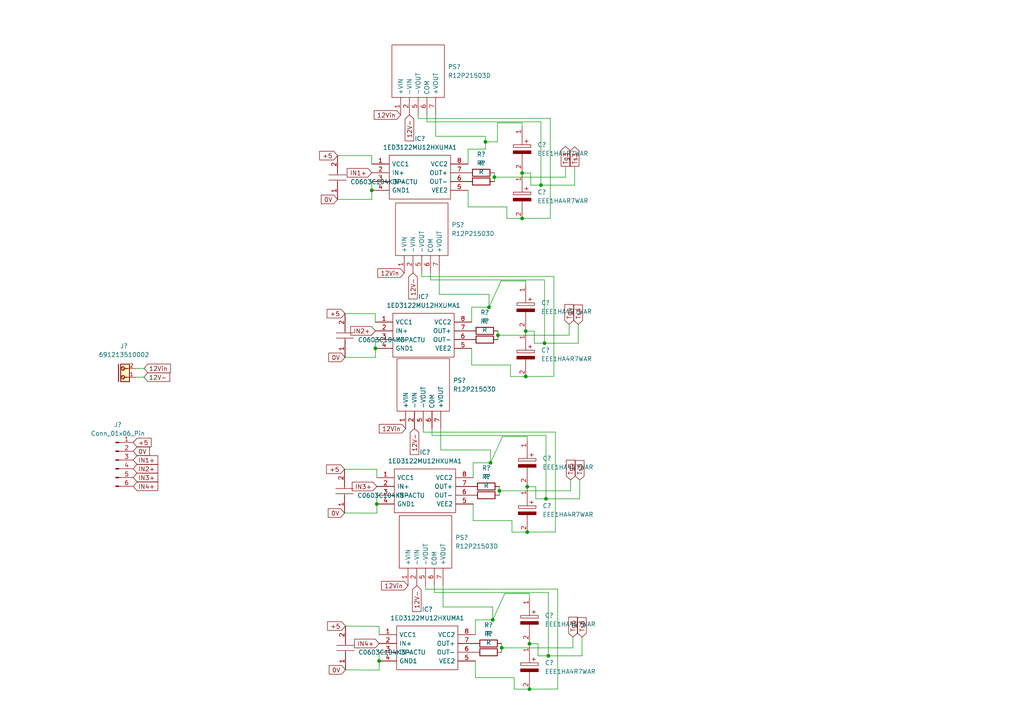
<source format=kicad_sch>
(kicad_sch (version 20250114) (generator "eeschema") (generator_version "9.0")
  (paper "A4")
  (lib_symbols
    (symbol "691213510002:691213510002" (pin_names (offset 1.016) (hide yes))
      (property "Reference" "J" (at -4.8768 -0.9144 0))
      (property "Value" "691213510002" (at -4.826 -2.5908 0))
      (symbol "691213510002_0_0"
        (polyline (pts (xy -3.81 0) (xy 1.27 0)) (stroke (width 0.254)))
        (rectangle (start -3.81 -3.175) (end 1.27 -0.635) (stroke (width 0.254)) (fill (type background)))
        (circle (center -2.54 -1.27) (radius 0.508) (stroke (width 0.254)))
        (polyline (pts (xy -2.54 -1.778) (xy -2.54 -2.54)) (stroke (width 0.254)))
        (polyline (pts (xy -2.286 -1.016) (xy -2.794 -1.524)) (stroke (width 0.1524)))
        (circle (center 0 -1.27) (radius 0.508) (stroke (width 0.254)))
        (polyline (pts (xy 0 -1.778) (xy 0 -2.54)) (stroke (width 0.254)))
        (polyline (pts (xy 0.254 -1.016) (xy -0.254 -1.524)) (stroke (width 0.1524)))
        (pin passive line (at -2.54 -5.08 90) (length 2.54) (name "~") (number "1"))
        (pin passive line (at 0 -5.08 90) (length 2.54) (name "~") (number "2"))
      )
    )
    (symbol "C0603C104K3PACTU:C0603C104K3PACTU" (pin_names (offset 0.762))
      (property "Reference" "C" (at 8.89 6.35 0))
      (property "Value" "C0603C104K3PACTU" (at 8.89 3.81 0))
      (symbol "C0603C104K3PACTU_0_0"
        (pin passive line (at 0 0 0) (length 5.08) (name "~") (number "1"))
        (pin passive line (at 12.7 0 180) (length 5.08) (name "~") (number "2"))
      )
      (symbol "C0603C104K3PACTU_0_1"
        (polyline (pts (xy 5.08 0) (xy 5.588 0)) (stroke (width 0.1524)))
        (polyline (pts (xy 5.588 2.54) (xy 5.588 -2.54)) (stroke (width 0.1524)))
        (polyline (pts (xy 7.112 2.54) (xy 7.112 -2.54)) (stroke (width 0.1524)))
        (polyline (pts (xy 7.112 0) (xy 7.62 0)) (stroke (width 0.1524)))
      )
    )
    (symbol "Connector:Conn_01x06_Pin" (pin_names (offset 1.016) (hide yes))
      (property "Reference" "J" (at 0 7.62 0))
      (property "Value" "Conn_01x06_Pin" (at 0 -10.16 0))
      (symbol "Conn_01x06_Pin_1_1"
        (rectangle (start 0.8636 5.207) (end 0 4.953) (stroke (width 0.1524)) (fill (type outline)))
        (rectangle (start 0.8636 2.667) (end 0 2.413) (stroke (width 0.1524)) (fill (type outline)))
        (rectangle (start 0.8636 0.127) (end 0 -0.127) (stroke (width 0.1524)) (fill (type outline)))
        (rectangle (start 0.8636 -2.413) (end 0 -2.667) (stroke (width 0.1524)) (fill (type outline)))
        (rectangle (start 0.8636 -4.953) (end 0 -5.207) (stroke (width 0.1524)) (fill (type outline)))
        (rectangle (start 0.8636 -7.493) (end 0 -7.747) (stroke (width 0.1524)) (fill (type outline)))
        (polyline (pts (xy 1.27 5.08) (xy 0.8636 5.08)) (stroke (width 0.1524)))
        (polyline (pts (xy 1.27 2.54) (xy 0.8636 2.54)) (stroke (width 0.1524)))
        (polyline (pts (xy 1.27 0) (xy 0.8636 0)) (stroke (width 0.1524)))
        (polyline (pts (xy 1.27 -2.54) (xy 0.8636 -2.54)) (stroke (width 0.1524)))
        (polyline (pts (xy 1.27 -5.08) (xy 0.8636 -5.08)) (stroke (width 0.1524)))
        (polyline (pts (xy 1.27 -7.62) (xy 0.8636 -7.62)) (stroke (width 0.1524)))
        (pin passive line (at 5.08 5.08 180) (length 3.81) (name "Pin_1") (number "1"))
        (pin passive line (at 5.08 2.54 180) (length 3.81) (name "Pin_2") (number "2"))
        (pin passive line (at 5.08 0 180) (length 3.81) (name "Pin_3") (number "3"))
        (pin passive line (at 5.08 -2.54 180) (length 3.81) (name "Pin_4") (number "4"))
        (pin passive line (at 5.08 -5.08 180) (length 3.81) (name "Pin_5") (number "5"))
        (pin passive line (at 5.08 -7.62 180) (length 3.81) (name "Pin_6") (number "6"))
      )
    )
    (symbol "Device:R" (pin_numbers (hide yes)) (pin_names (offset 0))
      (property "Reference" "R" (at 2.032 0 90))
      (property "Value" "R" (at 0 0 90))
      (symbol "R_0_1"
        (rectangle (start -1.016 -2.54) (end 1.016 2.54) (stroke (width 0.254)))
      )
      (symbol "R_1_1"
        (pin passive line (at 0 3.81 270) (length 1.27) (name "~") (number "1"))
        (pin passive line (at 0 -3.81 90) (length 1.27) (name "~") (number "2"))
      )
    )
    (symbol "ED2132:1ED3122MU12HXUMA1" (pin_names (offset 0.762))
      (property "Reference" "IC" (at 24.13 7.62 0))
      (property "Value" "1ED3122MU12HXUMA1" (at 24.13 5.08 0))
      (symbol "1ED3122MU12HXUMA1_0_0"
        (pin passive line (at 0 0 0) (length 5.08) (name "VCC1") (number "1"))
        (pin passive line (at 0 -2.54 0) (length 5.08) (name "IN+") (number "2"))
        (pin passive line (at 0 -5.08 0) (length 5.08) (name "IN-") (number "3"))
        (pin passive line (at 0 -7.62 0) (length 5.08) (name "GND1") (number "4"))
        (pin passive line (at 27.94 0 180) (length 5.08) (name "VCC2") (number "8"))
        (pin passive line (at 27.94 -2.54 180) (length 5.08) (name "OUT+") (number "7"))
        (pin passive line (at 27.94 -5.08 180) (length 5.08) (name "OUT-") (number "6"))
        (pin passive line (at 27.94 -7.62 180) (length 5.08) (name "VEE2") (number "5"))
      )
      (symbol "1ED3122MU12HXUMA1_0_1"
        (polyline (pts (xy 5.08 2.54) (xy 22.86 2.54) (xy 22.86 -10.16) (xy 5.08 -10.16) (xy 5.08 2.54)) (stroke (width 0.1524)))
      )
    )
    (symbol "EEE1HA4R7WAR:EEE1HA4R7WAR" (pin_names (offset 0.762))
      (property "Reference" "C" (at 8.89 6.35 0))
      (property "Value" "EEE1HA4R7WAR" (at 8.89 3.81 0))
      (symbol "EEE1HA4R7WAR_0_0"
        (pin passive line (at 0 0 0) (length 2.54) (name "~") (number "1"))
        (pin passive line (at 12.7 0 180) (length 2.54) (name "~") (number "2"))
      )
      (symbol "EEE1HA4R7WAR_0_1"
        (polyline (pts (xy 2.54 0) (xy 5.08 0)) (stroke (width 0.1524)))
        (polyline (pts (xy 4.064 1.778) (xy 4.064 0.762)) (stroke (width 0.1524)))
        (polyline (pts (xy 4.572 1.27) (xy 3.556 1.27)) (stroke (width 0.1524)))
        (polyline (pts (xy 5.08 2.54) (xy 5.08 -2.54) (xy 5.842 -2.54) (xy 5.842 2.54) (xy 5.08 2.54)) (stroke (width 0.1524)))
        (polyline (pts (xy 7.62 2.54) (xy 7.62 -2.54) (xy 6.858 -2.54) (xy 6.858 2.54) (xy 7.62 2.54)) (stroke (width 0.254)) (fill (type outline)))
        (polyline (pts (xy 7.62 0) (xy 10.16 0)) (stroke (width 0.1524)))
      )
    )
    (symbol "R12P21503D:R12P21503D" (pin_names (offset 0.762))
      (property "Reference" "PS" (at 21.59 7.62 0))
      (property "Value" "R12P21503D" (at 21.59 5.08 0))
      (symbol "R12P21503D_0_0"
        (pin passive line (at 0 0 0) (length 5.08) (name "+VIN") (number "1"))
        (pin passive line (at 0 -2.54 0) (length 5.08) (name "-VIN") (number "2"))
        (pin passive line (at 0 -5.08 0) (length 5.08) (name "-VOUT") (number "5"))
        (pin passive line (at 0 -7.62 0) (length 5.08) (name "COM") (number "6"))
        (pin passive line (at 0 -10.16 0) (length 5.08) (name "+VOUT") (number "7"))
      )
      (symbol "R12P21503D_0_1"
        (polyline (pts (xy 5.08 2.54) (xy 20.32 2.54) (xy 20.32 -12.7) (xy 5.08 -12.7) (xy 5.08 2.54)) (stroke (width 0.1524)))
      )
    )
  )
  (junction (at 152.908 141.1732))
  (junction (at 142.2654 134.239))
  (junction (at 143.383 51.3842))
  (junction (at 141.8336 89.1032))
  (junction (at 107.823 55.1942))
  (junction (at 153.5684 186.7154))
  (junction (at 109.9566 191.7192))
  (junction (at 152.4762 96.0374))
  (junction (at 144.8562 142.367))
  (junction (at 156.8958 53.6956))
  (junction (at 108.8644 101.0412))
  (junction (at 142.9258 179.7812))
  (junction (at 109.2962 146.177))
  (junction (at 157.9372 99.5426))
  (junction (at 144.4244 97.2312))
  (junction (at 145.5166 187.9092))
  (junction (at 152.4762 109.1946))
  (junction (at 158.369 144.6784))
  (junction (at 140.7922 41.148))
  (junction (at 152.908 154.3304))
  (junction (at 153.5684 199.8726))
  (junction (at 151.4348 50.1904))
  (junction (at 151.4348 63.3476))
  (junction (at 159.0294 190.2206))
  (wire (pts (xy 108.8644 101.0412) (xy 108.8644 98.5012)))
  (wire (pts (xy 135.763 47.5742) (xy 135.763 43.2562)))
  (wire (pts (xy 144.8562 142.367) (xy 165.5064 142.367)))
  (wire (pts (xy 160.655 109.1692) (xy 152.4762 109.1946)))
  (wire (pts (xy 137.8966 191.7192) (xy 137.8966 196.5452)))
  (wire (pts (xy 158.369 126.3142) (xy 158.369 144.6784)))
  (wire (pts (xy 152.4762 81.4832) (xy 152.4762 82.7532)))
  (wire (pts (xy 160.655 80.1878) (xy 160.655 109.1692)))
  (wire (pts (xy 40.1574 106.8832) (xy 39.4462 106.8832)))
  (wire (pts (xy 161.0868 125.3236) (xy 161.0868 154.305)))
  (wire (pts (xy 161.7472 170.8658) (xy 161.7472 199.8472)))
  (wire (pts (xy 124.8664 81.1784) (xy 157.9372 81.1784)))
  (wire (pts (xy 123.825 33.3502) (xy 123.825 35.3314)))
  (wire (pts (xy 152.4762 96.0374) (xy 152.4762 96.4946)))
  (wire (pts (xy 145.7452 126.619) (xy 142.2654 134.239)))
  (wire (pts (xy 153.5684 186.7154) (xy 153.5684 187.1726)))
  (wire (pts (xy 108.8898 103.6828) (xy 108.8644 101.0412)))
  (wire (pts (xy 153.924 50.1904) (xy 151.4348 50.1904)))
  (wire (pts (xy 121.285 34.3662) (xy 159.6136 34.3408)))
  (wire (pts (xy 145.3134 81.4832) (xy 152.4762 81.4832)))
  (wire (pts (xy 108.8898 103.6828) (xy 100.076 103.6574)))
  (wire (pts (xy 107.823 45.1358) (xy 107.823 47.5742)))
  (wire (pts (xy 109.3216 148.8186) (xy 99.9236 148.7932)))
  (wire (pts (xy 107.8484 57.8358) (xy 107.823 55.1942)))
  (wire (pts (xy 123.4186 169.8752) (xy 123.4186 170.8912)))
  (wire (pts (xy 157.9372 81.1784) (xy 157.9372 99.5426)))
  (wire (pts (xy 144.272 35.6362) (xy 144.272 41.148)))
  (wire (pts (xy 168.8084 184.7596) (xy 168.8084 190.2206)))
  (wire (pts (xy 146.4056 172.1612) (xy 153.5684 172.1612)))
  (wire (pts (xy 144.8562 141.097) (xy 144.8562 142.367)))
  (wire (pts (xy 156.0576 190.2206) (xy 156.0576 186.7154)))
  (wire (pts (xy 109.3216 148.8186) (xy 109.2962 146.177)))
  (wire (pts (xy 141.8336 85.3694) (xy 141.8336 89.1032)))
  (wire (pts (xy 109.9566 181.6608) (xy 109.9566 184.0992)))
  (wire (pts (xy 122.7582 124.333) (xy 122.7582 125.349)))
  (wire (pts (xy 125.9586 171.8564) (xy 159.0294 171.8564)))
  (wire (pts (xy 109.2962 136.1186) (xy 109.2962 138.557)))
  (wire (pts (xy 108.8644 90.9828) (xy 100.076 90.9574)))
  (wire (pts (xy 125.9586 169.8752) (xy 125.9586 171.8564)))
  (wire (pts (xy 107.823 45.1358) (xy 97.8916 45.1358)))
  (wire (pts (xy 165.0746 94.0816) (xy 165.0746 97.2312)))
  (wire (pts (xy 137.2362 134.239) (xy 142.2654 134.239)))
  (wire (pts (xy 137.8966 184.0992) (xy 137.8966 179.7812)))
  (wire (pts (xy 145.5166 186.6392) (xy 145.5166 187.9092)))
  (wire (pts (xy 147.0152 63.3476) (xy 151.4348 63.3476)))
  (wire (pts (xy 164.0332 48.2346) (xy 164.0078 48.2346)))
  (wire (pts (xy 149.1488 199.8726) (xy 153.5684 199.8726)))
  (wire (pts (xy 152.908 141.1732) (xy 152.908 141.6304)))
  (wire (pts (xy 144.272 35.6362) (xy 151.4348 35.6362)))
  (wire (pts (xy 161.7472 199.8472) (xy 153.5684 199.8726)))
  (wire (pts (xy 121.285 33.3502) (xy 121.285 34.3662)))
  (wire (pts (xy 125.2982 126.3142) (xy 158.369 126.3142)))
  (wire (pts (xy 155.3972 144.6784) (xy 155.3972 141.1732)))
  (wire (pts (xy 135.763 43.2562) (xy 140.7922 43.2562)))
  (wire (pts (xy 127.8382 124.333) (xy 127.8382 130.5052)))
  (wire (pts (xy 168.148 144.6784) (xy 158.369 144.6784)))
  (wire (pts (xy 109.9566 181.6608) (xy 100.203 181.5846)))
  (wire (pts (xy 140.7922 41.148) (xy 140.7922 43.2562)))
  (wire (pts (xy 137.8966 196.5452) (xy 149.1488 196.5452)))
  (wire (pts (xy 165.5064 139.2174) (xy 165.5064 142.367)))
  (wire (pts (xy 156.0576 186.7154) (xy 153.5684 186.7154)))
  (wire (pts (xy 143.383 51.3842) (xy 164.0332 51.3842)))
  (wire (pts (xy 155.3972 141.1732) (xy 152.908 141.1732)))
  (wire (pts (xy 168.8084 190.2206) (xy 159.0294 190.2206)))
  (wire (pts (xy 127.8382 130.5052) (xy 142.2654 130.5052)))
  (wire (pts (xy 148.4884 154.3304) (xy 152.908 154.3304)))
  (wire (pts (xy 152.908 126.619) (xy 152.908 127.889)))
  (wire (pts (xy 151.4348 50.1904) (xy 151.4348 50.6476)))
  (wire (pts (xy 126.365 33.3502) (xy 126.365 39.5224)))
  (wire (pts (xy 40.2082 106.8578) (xy 40.1574 106.8832)))
  (wire (pts (xy 125.2982 124.333) (xy 125.2982 126.3142)))
  (wire (pts (xy 148.0566 105.8672) (xy 148.0566 109.1946)))
  (wire (pts (xy 144.4244 97.2312) (xy 144.4244 98.5012)))
  (wire (pts (xy 39.9542 109.4232) (xy 39.4462 109.4232)))
  (wire (pts (xy 159.0294 190.2206) (xy 156.0576 190.2206)))
  (wire (pts (xy 40.005 109.3978) (xy 39.9542 109.4232)))
  (wire (pts (xy 156.8958 35.3314) (xy 156.8958 53.6956)))
  (wire (pts (xy 166.6748 48.2346) (xy 166.6748 53.6956)))
  (wire (pts (xy 109.982 194.3608) (xy 109.9566 191.7192)))
  (wire (pts (xy 109.9566 191.7192) (xy 109.9566 189.1792)))
  (wire (pts (xy 153.924 53.6956) (xy 153.924 50.1904)))
  (wire (pts (xy 124.8664 79.1972) (xy 124.8664 81.1784)))
  (wire (pts (xy 147.0152 60.0202) (xy 147.0152 63.3476)))
  (wire (pts (xy 156.8958 53.6956) (xy 153.924 53.6956)))
  (wire (pts (xy 159.0294 171.8564) (xy 159.0294 190.2206)))
  (wire (pts (xy 143.383 51.3842) (xy 143.383 52.6542)))
  (wire (pts (xy 151.4348 35.6362) (xy 151.4348 36.9062)))
  (wire (pts (xy 107.823 55.1942) (xy 107.823 52.6542)))
  (wire (pts (xy 41.7322 109.3978) (xy 40.005 109.3978)))
  (wire (pts (xy 152.4762 95.4532) (xy 152.4762 96.0374)))
  (wire (pts (xy 144.8562 142.367) (xy 144.8562 143.637)))
  (wire (pts (xy 142.2654 130.5052) (xy 142.2654 134.239)))
  (wire (pts (xy 122.3264 79.1972) (xy 122.3264 80.2132)))
  (wire (pts (xy 159.6136 34.3408) (xy 159.6136 63.3222)))
  (wire (pts (xy 148.4884 151.003) (xy 148.4884 154.3304)))
  (wire (pts (xy 166.6748 53.6956) (xy 156.8958 53.6956)))
  (wire (pts (xy 151.4348 49.6062) (xy 151.4348 50.1904)))
  (wire (pts (xy 167.7162 94.0816) (xy 167.7162 99.5426)))
  (wire (pts (xy 144.4244 95.9612) (xy 144.4244 97.2312)))
  (wire (pts (xy 153.5684 172.1612) (xy 153.5684 173.4312)))
  (wire (pts (xy 136.8044 101.0412) (xy 136.8044 105.8672)))
  (wire (pts (xy 154.9654 99.5426) (xy 154.9654 96.0374)))
  (wire (pts (xy 153.5684 186.1312) (xy 153.5684 186.7154)))
  (wire (pts (xy 144.272 41.148) (xy 140.7922 41.148)))
  (wire (pts (xy 148.0566 109.1946) (xy 152.4762 109.1946)))
  (wire (pts (xy 137.2362 146.177) (xy 137.2362 151.003)))
  (wire (pts (xy 142.9258 176.0474) (xy 142.9258 179.7812)))
  (wire (pts (xy 145.7452 126.619) (xy 152.908 126.619)))
  (wire (pts (xy 135.763 60.0202) (xy 147.0152 60.0202)))
  (wire (pts (xy 161.0868 154.305) (xy 152.908 154.3304)))
  (wire (pts (xy 127.4064 85.3694) (xy 141.8336 85.3694)))
  (wire (pts (xy 126.365 39.5224) (xy 140.7922 39.5224)))
  (wire (pts (xy 149.1488 196.5452) (xy 149.1488 199.8726)))
  (wire (pts (xy 146.4056 172.1612) (xy 142.9258 179.7812)))
  (wire (pts (xy 109.2962 146.177) (xy 109.2962 143.637)))
  (wire (pts (xy 145.5166 187.9092) (xy 145.5166 189.1792)))
  (wire (pts (xy 154.9654 96.0374) (xy 152.4762 96.0374)))
  (wire (pts (xy 157.9372 99.5426) (xy 154.9654 99.5426)))
  (wire (pts (xy 41.7576 106.8578) (xy 40.2082 106.8578)))
  (wire (pts (xy 108.8644 90.9828) (xy 108.8644 93.4212)))
  (wire (pts (xy 128.4986 176.0474) (xy 142.9258 176.0474)))
  (wire (pts (xy 158.369 144.6784) (xy 155.3972 144.6784)))
  (wire (pts (xy 122.3264 80.2132) (xy 160.655 80.1878)))
  (wire (pts (xy 137.2362 151.003) (xy 148.4884 151.003)))
  (wire (pts (xy 144.4244 97.2312) (xy 165.0746 97.2312)))
  (wire (pts (xy 137.8966 179.7812) (xy 142.9258 179.7812)))
  (wire (pts (xy 109.2962 136.1186) (xy 99.9236 136.0932)))
  (wire (pts (xy 128.4986 169.8752) (xy 128.4986 176.0474)))
  (wire (pts (xy 145.3134 81.4832) (xy 141.8336 89.1032)))
  (wire (pts (xy 167.7162 99.5426) (xy 157.9372 99.5426)))
  (wire (pts (xy 135.763 55.1942) (xy 135.763 60.0202)))
  (wire (pts (xy 136.8044 105.8672) (xy 148.0566 105.8672)))
  (wire (pts (xy 136.8044 93.4212) (xy 136.8044 89.1032)))
  (wire (pts (xy 143.383 50.1142) (xy 143.383 51.3842)))
  (wire (pts (xy 140.7922 39.5224) (xy 140.7922 41.148)))
  (wire (pts (xy 123.4186 170.8912) (xy 161.7472 170.8658)))
  (wire (pts (xy 136.8044 89.1032) (xy 141.8336 89.1032)))
  (wire (pts (xy 152.908 140.589) (xy 152.908 141.1732)))
  (wire (pts (xy 166.1668 184.7596) (xy 166.1668 187.9092)))
  (wire (pts (xy 123.825 35.3314) (xy 156.8958 35.3314)))
  (wire (pts (xy 122.7582 125.349) (xy 161.0868 125.3236)))
  (wire (pts (xy 137.2362 138.557) (xy 137.2362 134.239)))
  (wire (pts (xy 164.0332 48.2346) (xy 164.0332 51.3842)))
  (wire (pts (xy 109.982 194.3608) (xy 100.203 194.2846)))
  (wire (pts (xy 159.6136 63.3222) (xy 151.4348 63.3476)))
  (wire (pts (xy 107.8484 57.8358) (xy 97.8916 57.8358)))
  (wire (pts (xy 168.148 139.2174) (xy 168.148 144.6784)))
  (wire (pts (xy 127.4064 79.1972) (xy 127.4064 85.3694)))
  (wire (pts (xy 145.5166 187.9092) (xy 166.1668 187.9092)))
  (global_label "+5" (shape input) (at 38.6334 128.3462 0) (property "Intersheetrefs" "${INTERSHEET_REFS}" (effects (hide yes))))
  (global_label "Ts5" (shape input) (at 168.148 139.2174 90) (property "Intersheetrefs" "${INTERSHEET_REFS}" (effects (hide yes))))
  (global_label "12V-" (shape input) (at 118.745 33.3502 270) (property "Intersheetrefs" "${INTERSHEET_REFS}" (effects (hide yes))))
  (global_label "Ts3" (shape output) (at 166.6748 48.2346 90) (property "Intersheetrefs" "${INTERSHEET_REFS}" (effects (hide yes))))
  (global_label "IN3+" (shape input) (at 109.2962 141.097 180) (property "Intersheetrefs" "${INTERSHEET_REFS}" (effects (hide yes))))
  (global_label "0V" (shape input) (at 100.076 103.6574 180) (property "Intersheetrefs" "${INTERSHEET_REFS}" (effects (hide yes))))
  (global_label "Ts4" (shape input) (at 167.7162 94.0816 90) (property "Intersheetrefs" "${INTERSHEET_REFS}" (effects (hide yes))))
  (global_label "12V-" (shape input) (at 120.2182 124.333 270) (property "Intersheetrefs" "${INTERSHEET_REFS}" (effects (hide yes))))
  (global_label "+5" (shape input) (at 97.8916 45.1358 180) (property "Intersheetrefs" "${INTERSHEET_REFS}" (effects (hide yes))))
  (global_label "Tg5" (shape input) (at 165.5064 139.2174 90) (property "Intersheetrefs" "${INTERSHEET_REFS}" (effects (hide yes))))
  (global_label "Ts6" (shape input) (at 168.8084 184.7596 90) (property "Intersheetrefs" "${INTERSHEET_REFS}" (effects (hide yes))))
  (global_label "IN1+" (shape input) (at 38.6334 133.4262 0) (property "Intersheetrefs" "${INTERSHEET_REFS}" (effects (hide yes))))
  (global_label "IN4+" (shape input) (at 109.9566 186.6392 180) (property "Intersheetrefs" "${INTERSHEET_REFS}" (effects (hide yes))))
  (global_label "12Vin" (shape input) (at 117.2464 79.1972 180) (property "Intersheetrefs" "${INTERSHEET_REFS}" (effects (hide yes))))
  (global_label "IN2+" (shape input) (at 38.6334 135.9662 0) (property "Intersheetrefs" "${INTERSHEET_REFS}" (effects (hide yes))))
  (global_label "12Vin" (shape input) (at 41.7576 106.8578 0) (property "Intersheetrefs" "${INTERSHEET_REFS}" (effects (hide yes))))
  (global_label "0V" (shape input) (at 100.203 194.2846 180) (property "Intersheetrefs" "${INTERSHEET_REFS}" (effects (hide yes))))
  (global_label "12V-" (shape input) (at 120.8786 169.8752 270) (property "Intersheetrefs" "${INTERSHEET_REFS}" (effects (hide yes))))
  (global_label "IN1+" (shape input) (at 107.823 50.1142 180) (property "Intersheetrefs" "${INTERSHEET_REFS}" (effects (hide yes))))
  (global_label "IN2+" (shape input) (at 108.8644 95.9612 180) (property "Intersheetrefs" "${INTERSHEET_REFS}" (effects (hide yes))))
  (global_label "12Vin" (shape input) (at 116.205 33.3502 180) (property "Intersheetrefs" "${INTERSHEET_REFS}" (effects (hide yes))))
  (global_label "Tg3" (shape output) (at 164.0078 48.2346 90) (property "Intersheetrefs" "${INTERSHEET_REFS}" (effects (hide yes))))
  (global_label "+5" (shape input) (at 100.203 181.5846 180) (property "Intersheetrefs" "${INTERSHEET_REFS}" (effects (hide yes))))
  (global_label "12V-" (shape input) (at 119.7864 79.1972 270) (property "Intersheetrefs" "${INTERSHEET_REFS}" (effects (hide yes))))
  (global_label "12V-" (shape input) (at 41.7322 109.3978 0) (property "Intersheetrefs" "${INTERSHEET_REFS}" (effects (hide yes))))
  (global_label "IN3+" (shape input) (at 38.6334 138.5062 0) (property "Intersheetrefs" "${INTERSHEET_REFS}" (effects (hide yes))))
  (global_label "12Vin" (shape input) (at 117.6782 124.333 180) (property "Intersheetrefs" "${INTERSHEET_REFS}" (effects (hide yes))))
  (global_label "12Vin" (shape input) (at 118.3386 169.8752 180) (property "Intersheetrefs" "${INTERSHEET_REFS}" (effects (hide yes))))
  (global_label "0V" (shape input) (at 38.6334 130.8862 0) (property "Intersheetrefs" "${INTERSHEET_REFS}" (effects (hide yes))))
  (global_label "0V" (shape input) (at 99.9236 148.7932 180) (property "Intersheetrefs" "${INTERSHEET_REFS}" (effects (hide yes))))
  (global_label "0V" (shape input) (at 97.8916 57.8358 180) (property "Intersheetrefs" "${INTERSHEET_REFS}" (effects (hide yes))))
  (global_label "Tg6" (shape input) (at 166.1668 184.7596 90) (property "Intersheetrefs" "${INTERSHEET_REFS}" (effects (hide yes))))
  (global_label "IN4+" (shape input) (at 38.6334 141.0462 0) (property "Intersheetrefs" "${INTERSHEET_REFS}" (effects (hide yes))))
  (global_label "+5" (shape input) (at 100.076 90.9574 180) (property "Intersheetrefs" "${INTERSHEET_REFS}" (effects (hide yes))))
  (global_label "+5" (shape input) (at 99.9236 136.0932 180) (property "Intersheetrefs" "${INTERSHEET_REFS}" (effects (hide yes))))
  (global_label "Tg4" (shape input) (at 165.0746 94.0816 90) (property "Intersheetrefs" "${INTERSHEET_REFS}" (effects (hide yes))))
  (symbol (lib_id "EEE1HA4R7WAR:EEE1HA4R7WAR") (at 152.4762 96.4946 270) (unit 1)
    (property "Reference" "C?" (at 156.9212 101.5746 90) (effects (justify left)))
    (property "Value" "EEE1HA4R7WAR" (at 156.9212 104.1146 90) (effects (justify left)))
    (property "Footprint" "Capacitor_SDM(4.7):EEE1AA220WR" (effects (hide yes)))
    (property "Datasheet" "http://industrial.panasonic.com/cdbs/www-data/pdf/RDE0000/ABA0000C1142.pdf" (effects (hide yes)))
    (property "Description" "PANASONIC - EEE1HA4R7WAR - SMD Aluminium Electrolytic Capacitor, Radial Can - SMD, 4.7 F, 50 V, S Series, 1000 hours @ 85C" (effects (hide yes)))
    (property "Height" "5.5" (effects (hide yes)))
    (property "Manufacturer_Name" "Panasonic" (effects (hide yes)))
    (property "Manufacturer_Part_Number" "EEE1HA4R7WAR" (effects (hide yes)))
  )
  (symbol (lib_id "Device:R") (at 141.7066 189.1792 90) (unit 1)
    (property "Reference" "R?" (at 141.7066 183.8452 90))
    (property "Value" "R" (at 141.7066 186.3852 90))
    (property "Footprint" "Resistor_3R3:ERJUP3" (effects (hide yes)))
  )
  (symbol (lib_id "Device:R") (at 139.573 50.1142 90) (unit 1)
    (property "Reference" "R?" (at 139.573 44.7802 90))
    (property "Value" "R" (at 139.573 47.3202 90))
    (property "Footprint" "Resistor(10ohms):RCS0603_E3" (effects (hide yes)))
  )
  (symbol (lib_id "EEE1HA4R7WAR:EEE1HA4R7WAR") (at 152.908 141.6304 270) (unit 1)
    (property "Reference" "C?" (at 157.353 146.7104 90) (effects (justify left)))
    (property "Value" "EEE1HA4R7WAR" (at 157.353 149.2504 90) (effects (justify left)))
    (property "Footprint" "Capacitor_SDM(4.7):EEE1AA220WR" (effects (hide yes)))
    (property "Datasheet" "http://industrial.panasonic.com/cdbs/www-data/pdf/RDE0000/ABA0000C1142.pdf" (effects (hide yes)))
    (property "Description" "PANASONIC - EEE1HA4R7WAR - SMD Aluminium Electrolytic Capacitor, Radial Can - SMD, 4.7 F, 50 V, S Series, 1000 hours @ 85C" (effects (hide yes)))
    (property "Height" "5.5" (effects (hide yes)))
    (property "Manufacturer_Name" "Panasonic" (effects (hide yes)))
    (property "Manufacturer_Part_Number" "EEE1HA4R7WAR" (effects (hide yes)))
  )
  (symbol (lib_id "Device:R") (at 139.573 52.6542 90) (unit 1)
    (property "Reference" "R?" (at 139.573 47.3202 90))
    (property "Value" "R" (at 139.573 49.8602 90))
    (property "Footprint" "Resistor_3R3:ERJUP3" (effects (hide yes)))
  )
  (symbol (lib_id "R12P21503D:R12P21503D") (at 118.3386 169.8752 90) (unit 1)
    (property "Reference" "PS?" (at 132.0292 155.9052 90) (effects (justify right)))
    (property "Value" "R12P21503D" (at 132.0292 158.4452 90) (effects (justify right)))
    (property "Footprint" "Power Supply_Gate Driver:R12P21503D" (effects (hide yes)))
    (property "Datasheet" "https://recom-power.com/pdf/Econoline/RxxP2xxyy.pdf" (effects (hide yes)))
    (property "Description" "DC/DC Converter Isolated +15/-3V 2W" (effects (hide yes)))
    (property "Height" "13" (effects (hide yes)))
    (property "Manufacturer_Name" "RECOM Power" (effects (hide yes)))
    (property "Manufacturer_Part_Number" "R12P21503D" (effects (hide yes)))
  )
  (symbol (lib_id "Device:R") (at 141.0462 143.637 90) (unit 1)
    (property "Reference" "R?" (at 141.0462 138.303 90))
    (property "Value" "R" (at 141.0462 140.843 90))
    (property "Footprint" "Resistor_3R3:ERJUP3" (effects (hide yes)))
  )
  (symbol (lib_id "C0603C104K3PACTU:C0603C104K3PACTU") (at 97.8916 57.8358 90) (unit 1)
    (property "Reference" "C?" (effects (hide yes)))
    (property "Value" "C0603C104K3PACTU" (at 101.6 52.7558 90) (effects (justify right)))
    (property "Footprint" "Capacitor_SMD_film(0.1uF):C0603" (effects (hide yes)))
    (property "Datasheet" "https://content.kemet.com/datasheets/KEM_C1006_X5R_SMD.pdf" (effects (hide yes)))
    (property "Description" "SMD Comm X5R, Ceramic, 0.1 uF, 10%, 25 VDC, 62.5 VDC, 85C, -55C, X5R, SMD, MLCC, Temperature Stable, Class II, 5 % , 5 GOhms, 6.5 mg, 0603, 1.6mm, 0.8mm, 0.8mm, 0.7mm, 0.35mm, 4000, 78  Weeks, 70" (effects (hide yes)))
    (property "Height" "0.87" (effects (hide yes)))
    (property "Manufacturer_Name" "KEMET" (effects (hide yes)))
    (property "Manufacturer_Part_Number" "C0603C104K3PACTU" (effects (hide yes)))
  )
  (symbol (lib_id "Device:R") (at 141.7066 186.6392 90) (unit 1)
    (property "Reference" "R?" (at 141.7066 181.3052 90))
    (property "Value" "R" (at 141.7066 183.8452 90))
    (property "Footprint" "Resistor(10ohms):RCS0603_E3" (effects (hide yes)))
  )
  (symbol (lib_id "C0603C104K3PACTU:C0603C104K3PACTU") (at 100.076 103.6574 90) (unit 1)
    (property "Reference" "C?" (effects (hide yes)))
    (property "Value" "C0603C104K3PACTU" (at 103.7844 98.5774 90) (effects (justify right)))
    (property "Footprint" "Capacitor_SMD_film(0.1uF):C0603" (effects (hide yes)))
    (property "Datasheet" "https://content.kemet.com/datasheets/KEM_C1006_X5R_SMD.pdf" (effects (hide yes)))
    (property "Description" "SMD Comm X5R, Ceramic, 0.1 uF, 10%, 25 VDC, 62.5 VDC, 85C, -55C, X5R, SMD, MLCC, Temperature Stable, Class II, 5 % , 5 GOhms, 6.5 mg, 0603, 1.6mm, 0.8mm, 0.8mm, 0.7mm, 0.35mm, 4000, 78  Weeks, 70" (effects (hide yes)))
    (property "Height" "0.87" (effects (hide yes)))
    (property "Manufacturer_Name" "KEMET" (effects (hide yes)))
    (property "Manufacturer_Part_Number" "C0603C104K3PACTU" (effects (hide yes)))
  )
  (symbol (lib_id "R12P21503D:R12P21503D") (at 116.205 33.3502 90) (unit 1)
    (property "Reference" "PS?" (at 129.8956 19.3802 90) (effects (justify right)))
    (property "Value" "R12P21503D" (at 129.8956 21.9202 90) (effects (justify right)))
    (property "Footprint" "Power Supply_Gate Driver:R12P21503D" (effects (hide yes)))
    (property "Datasheet" "https://recom-power.com/pdf/Econoline/RxxP2xxyy.pdf" (effects (hide yes)))
    (property "Description" "DC/DC Converter Isolated +15/-3V 2W" (effects (hide yes)))
    (property "Height" "13" (effects (hide yes)))
    (property "Manufacturer_Name" "RECOM Power" (effects (hide yes)))
    (property "Manufacturer_Part_Number" "R12P21503D" (effects (hide yes)))
  )
  (symbol (lib_id "Device:R") (at 140.6144 95.9612 90) (unit 1)
    (property "Reference" "R?" (at 140.6144 90.6272 90))
    (property "Value" "R" (at 140.6144 93.1672 90))
    (property "Footprint" "Resistor(10ohms):RCS0603_E3" (effects (hide yes)))
  )
  (symbol (lib_id "EEE1HA4R7WAR:EEE1HA4R7WAR") (at 151.4348 36.9062 270) (unit 1)
    (property "Reference" "C?" (at 155.8798 41.9862 90) (effects (justify left)))
    (property "Value" "EEE1HA4R7WAR" (at 155.8798 44.5262 90) (effects (justify left)))
    (property "Footprint" "Capacitor_SDM(4.7):EEE1AA220WR" (effects (hide yes)))
    (property "Datasheet" "http://industrial.panasonic.com/cdbs/www-data/pdf/RDE0000/ABA0000C1142.pdf" (effects (hide yes)))
    (property "Description" "PANASONIC - EEE1HA4R7WAR - SMD Aluminium Electrolytic Capacitor, Radial Can - SMD, 4.7 F, 50 V, S Series, 1000 hours @ 85C" (effects (hide yes)))
    (property "Height" "5.5" (effects (hide yes)))
    (property "Manufacturer_Name" "Panasonic" (effects (hide yes)))
    (property "Manufacturer_Part_Number" "EEE1HA4R7WAR" (effects (hide yes)))
  )
  (symbol (lib_id "Device:R") (at 141.0462 141.097 90) (unit 1)
    (property "Reference" "R?" (at 141.0462 135.763 90))
    (property "Value" "R" (at 141.0462 138.303 90))
    (property "Footprint" "Resistor(10ohms):RCS0603_E3" (effects (hide yes)))
  )
  (symbol (lib_id "R12P21503D:R12P21503D") (at 117.2464 79.1972 90) (unit 1)
    (property "Reference" "PS?" (at 130.937 65.2272 90) (effects (justify right)))
    (property "Value" "R12P21503D" (at 130.937 67.7672 90) (effects (justify right)))
    (property "Footprint" "Power Supply_Gate Driver:R12P21503D" (effects (hide yes)))
    (property "Datasheet" "https://recom-power.com/pdf/Econoline/RxxP2xxyy.pdf" (effects (hide yes)))
    (property "Description" "DC/DC Converter Isolated +15/-3V 2W" (effects (hide yes)))
    (property "Height" "13" (effects (hide yes)))
    (property "Manufacturer_Name" "RECOM Power" (effects (hide yes)))
    (property "Manufacturer_Part_Number" "R12P21503D" (effects (hide yes)))
  )
  (symbol (lib_id "ED2132:1ED3122MU12HXUMA1") (at 108.8644 93.4212 0) (unit 1)
    (property "Reference" "IC?" (at 122.8344 86.0552 0))
    (property "Value" "1ED3122MU12HXUMA1" (at 122.8344 88.5952 0))
    (property "Footprint" "Gate driver IC:SOIC127P1030X265-8N" (effects (hide yes)))
    (property "Datasheet" "https://www.infineon.com/cms/en/product/power/gate-driver-ics/?" (effects (hide yes)))
    (property "Description" "Gate Drivers ISOLATED DRIVER EiceDRIVER 1ED31xxMU12H Compact" (effects (hide yes)))
    (property "Height" "2.65" (effects (hide yes)))
    (property "Manufacturer_Name" "Infineon" (effects (hide yes)))
    (property "Manufacturer_Part_Number" "1ED3122MU12HXUMA1" (effects (hide yes)))
    (property "Mouser Part Number" "726-1ED3122MU12HXUMA" (effects (hide yes)))
    (property "Mouser Price/Stock" "https://www.mouser.co.uk/ProductDetail/Infineon-Technologies/1ED3122MU12HXUMA1?qs=GBLSl2AkirsZ5PhF1sGJcw%3D%3D" (effects (hide yes)))
    (property "Arrow Part Number" "1ED3122MU12HXUMA1" (effects (hide yes)))
    (property "Arrow Price/Stock" "https://www.arrow.com/en/products/1ed3122mu12hxuma1/infineon-technologies-ag" (effects (hide yes)))
  )
  (symbol (lib_id "EEE1HA4R7WAR:EEE1HA4R7WAR") (at 151.4348 50.6476 270) (unit 1)
    (property "Reference" "C?" (at 155.8798 55.7276 90) (effects (justify left)))
    (property "Value" "EEE1HA4R7WAR" (at 155.8798 58.2676 90) (effects (justify left)))
    (property "Footprint" "Capacitor_SDM(4.7):EEE1AA220WR" (effects (hide yes)))
    (property "Datasheet" "http://industrial.panasonic.com/cdbs/www-data/pdf/RDE0000/ABA0000C1142.pdf" (effects (hide yes)))
    (property "Description" "PANASONIC - EEE1HA4R7WAR - SMD Aluminium Electrolytic Capacitor, Radial Can - SMD, 4.7 F, 50 V, S Series, 1000 hours @ 85C" (effects (hide yes)))
    (property "Height" "5.5" (effects (hide yes)))
    (property "Manufacturer_Name" "Panasonic" (effects (hide yes)))
    (property "Manufacturer_Part_Number" "EEE1HA4R7WAR" (effects (hide yes)))
  )
  (symbol (lib_id "EEE1HA4R7WAR:EEE1HA4R7WAR") (at 153.5684 187.1726 270) (unit 1)
    (property "Reference" "C?" (at 158.0134 192.2526 90) (effects (justify left)))
    (property "Value" "EEE1HA4R7WAR" (at 158.0134 194.7926 90) (effects (justify left)))
    (property "Footprint" "Capacitor_SDM(4.7):EEE1AA220WR" (effects (hide yes)))
    (property "Datasheet" "http://industrial.panasonic.com/cdbs/www-data/pdf/RDE0000/ABA0000C1142.pdf" (effects (hide yes)))
    (property "Description" "PANASONIC - EEE1HA4R7WAR - SMD Aluminium Electrolytic Capacitor, Radial Can - SMD, 4.7 F, 50 V, S Series, 1000 hours @ 85C" (effects (hide yes)))
    (property "Height" "5.5" (effects (hide yes)))
    (property "Manufacturer_Name" "Panasonic" (effects (hide yes)))
    (property "Manufacturer_Part_Number" "EEE1HA4R7WAR" (effects (hide yes)))
  )
  (symbol (lib_id "EEE1HA4R7WAR:EEE1HA4R7WAR") (at 152.908 127.889 270) (unit 1)
    (property "Reference" "C?" (at 157.353 132.969 90) (effects (justify left)))
    (property "Value" "EEE1HA4R7WAR" (at 157.353 135.509 90) (effects (justify left)))
    (property "Footprint" "Capacitor_SDM(4.7):EEE1AA220WR" (effects (hide yes)))
    (property "Datasheet" "http://industrial.panasonic.com/cdbs/www-data/pdf/RDE0000/ABA0000C1142.pdf" (effects (hide yes)))
    (property "Description" "PANASONIC - EEE1HA4R7WAR - SMD Aluminium Electrolytic Capacitor, Radial Can - SMD, 4.7 F, 50 V, S Series, 1000 hours @ 85C" (effects (hide yes)))
    (property "Height" "5.5" (effects (hide yes)))
    (property "Manufacturer_Name" "Panasonic" (effects (hide yes)))
    (property "Manufacturer_Part_Number" "EEE1HA4R7WAR" (effects (hide yes)))
  )
  (symbol (lib_id "EEE1HA4R7WAR:EEE1HA4R7WAR") (at 152.4762 82.7532 270) (unit 1)
    (property "Reference" "C?" (at 156.9212 87.8332 90) (effects (justify left)))
    (property "Value" "EEE1HA4R7WAR" (at 156.9212 90.3732 90) (effects (justify left)))
    (property "Footprint" "Capacitor_SDM(4.7):EEE1AA220WR" (effects (hide yes)))
    (property "Datasheet" "http://industrial.panasonic.com/cdbs/www-data/pdf/RDE0000/ABA0000C1142.pdf" (effects (hide yes)))
    (property "Description" "PANASONIC - EEE1HA4R7WAR - SMD Aluminium Electrolytic Capacitor, Radial Can - SMD, 4.7 F, 50 V, S Series, 1000 hours @ 85C" (effects (hide yes)))
    (property "Height" "5.5" (effects (hide yes)))
    (property "Manufacturer_Name" "Panasonic" (effects (hide yes)))
    (property "Manufacturer_Part_Number" "EEE1HA4R7WAR" (effects (hide yes)))
  )
  (symbol (lib_id "ED2132:1ED3122MU12HXUMA1") (at 109.2962 138.557 0) (unit 1)
    (property "Reference" "IC?" (at 123.2662 131.191 0))
    (property "Value" "1ED3122MU12HXUMA1" (at 123.2662 133.731 0))
    (property "Footprint" "Gate driver IC:SOIC127P1030X265-8N" (effects (hide yes)))
    (property "Datasheet" "https://www.infineon.com/cms/en/product/power/gate-driver-ics/?" (effects (hide yes)))
    (property "Description" "Gate Drivers ISOLATED DRIVER EiceDRIVER 1ED31xxMU12H Compact" (effects (hide yes)))
    (property "Height" "2.65" (effects (hide yes)))
    (property "Manufacturer_Name" "Infineon" (effects (hide yes)))
    (property "Manufacturer_Part_Number" "1ED3122MU12HXUMA1" (effects (hide yes)))
    (property "Mouser Part Number" "726-1ED3122MU12HXUMA" (effects (hide yes)))
    (property "Mouser Price/Stock" "https://www.mouser.co.uk/ProductDetail/Infineon-Technologies/1ED3122MU12HXUMA1?qs=GBLSl2AkirsZ5PhF1sGJcw%3D%3D" (effects (hide yes)))
    (property "Arrow Part Number" "1ED3122MU12HXUMA1" (effects (hide yes)))
    (property "Arrow Price/Stock" "https://www.arrow.com/en/products/1ed3122mu12hxuma1/infineon-technologies-ag" (effects (hide yes)))
  )
  (symbol (lib_id "C0603C104K3PACTU:C0603C104K3PACTU") (at 99.9236 148.7932 90) (unit 1)
    (property "Reference" "C?" (effects (hide yes)))
    (property "Value" "C0603C104K3PACTU" (at 103.632 143.7132 90) (effects (justify right)))
    (property "Footprint" "Capacitor_SMD_film(0.1uF):C0603" (effects (hide yes)))
    (property "Datasheet" "https://content.kemet.com/datasheets/KEM_C1006_X5R_SMD.pdf" (effects (hide yes)))
    (property "Description" "SMD Comm X5R, Ceramic, 0.1 uF, 10%, 25 VDC, 62.5 VDC, 85C, -55C, X5R, SMD, MLCC, Temperature Stable, Class II, 5 % , 5 GOhms, 6.5 mg, 0603, 1.6mm, 0.8mm, 0.8mm, 0.7mm, 0.35mm, 4000, 78  Weeks, 70" (effects (hide yes)))
    (property "Height" "0.87" (effects (hide yes)))
    (property "Manufacturer_Name" "KEMET" (effects (hide yes)))
    (property "Manufacturer_Part_Number" "C0603C104K3PACTU" (effects (hide yes)))
  )
  (symbol (lib_id "EEE1HA4R7WAR:EEE1HA4R7WAR") (at 153.5684 173.4312 270) (unit 1)
    (property "Reference" "C?" (at 158.0134 178.5112 90) (effects (justify left)))
    (property "Value" "EEE1HA4R7WAR" (at 158.0134 181.0512 90) (effects (justify left)))
    (property "Footprint" "Capacitor_SDM(4.7):EEE1AA220WR" (effects (hide yes)))
    (property "Datasheet" "http://industrial.panasonic.com/cdbs/www-data/pdf/RDE0000/ABA0000C1142.pdf" (effects (hide yes)))
    (property "Description" "PANASONIC - EEE1HA4R7WAR - SMD Aluminium Electrolytic Capacitor, Radial Can - SMD, 4.7 F, 50 V, S Series, 1000 hours @ 85C" (effects (hide yes)))
    (property "Height" "5.5" (effects (hide yes)))
    (property "Manufacturer_Name" "Panasonic" (effects (hide yes)))
    (property "Manufacturer_Part_Number" "EEE1HA4R7WAR" (effects (hide yes)))
  )
  (symbol (lib_id "ED2132:1ED3122MU12HXUMA1") (at 109.9566 184.0992 0) (unit 1)
    (property "Reference" "IC?" (at 123.9266 176.7332 0))
    (property "Value" "1ED3122MU12HXUMA1" (at 123.9266 179.2732 0))
    (property "Footprint" "Gate driver IC:SOIC127P1030X265-8N" (effects (hide yes)))
    (property "Datasheet" "https://www.infineon.com/cms/en/product/power/gate-driver-ics/?" (effects (hide yes)))
    (property "Description" "Gate Drivers ISOLATED DRIVER EiceDRIVER 1ED31xxMU12H Compact" (effects (hide yes)))
    (property "Height" "2.65" (effects (hide yes)))
    (property "Manufacturer_Name" "Infineon" (effects (hide yes)))
    (property "Manufacturer_Part_Number" "1ED3122MU12HXUMA1" (effects (hide yes)))
    (property "Mouser Part Number" "726-1ED3122MU12HXUMA" (effects (hide yes)))
    (property "Mouser Price/Stock" "https://www.mouser.co.uk/ProductDetail/Infineon-Technologies/1ED3122MU12HXUMA1?qs=GBLSl2AkirsZ5PhF1sGJcw%3D%3D" (effects (hide yes)))
    (property "Arrow Part Number" "1ED3122MU12HXUMA1" (effects (hide yes)))
    (property "Arrow Price/Stock" "https://www.arrow.com/en/products/1ed3122mu12hxuma1/infineon-technologies-ag" (effects (hide yes)))
  )
  (symbol (lib_id "Device:R") (at 140.6144 98.5012 90) (unit 1)
    (property "Reference" "R?" (at 140.6144 93.1672 90))
    (property "Value" "R" (at 140.6144 95.7072 90))
    (property "Footprint" "Resistor_3R3:ERJUP3" (effects (hide yes)))
  )
  (symbol (lib_id "691213510002:691213510002") (at 34.3662 106.8832 90) (unit 1)
    (property "Reference" "J?" (at 35.9537 100.3554 90))
    (property "Value" "691213510002" (at 35.9537 102.8954 90))
    (property "Footprint" "691213510002:691213510002" (effects (hide yes)))
    (property "Description" "\\n2 Position Wire to Board Terminal Block Horizontal with Board 0.200 (5.08mm) Through Hole\\n" (effects (hide yes)))
    (property "Check_prices" "https://www.snapeda.com/parts/691213510002/Wurth+Electronics/view-part/?ref=eda" (effects (hide yes)))
    (property "WIRE" "14 to 30 (AWG) 2.08 to 0.0509 (mm²)" (effects (hide yes)))
    (property "Package" "None" (effects (hide yes)))
    (property "Price" "None" (effects (hide yes)))
    (property "IR-VDE" "14A" (effects (hide yes)))
    (property "IR-UL" "14A" (effects (hide yes)))
    (property "WORKING-VOLTAGE-UL" "300V (AC)" (effects (hide yes)))
    (property "PINS" "2" (effects (hide yes)))
    (property "MF" "Wurth Electronics" (effects (hide yes)))
    (property "MP" "691213510002" (effects (hide yes)))
    (property "PITCH" "5.08mm" (effects (hide yes)))
    (property "PART-NUMBER" "691213510002" (effects (hide yes)))
    (property "WORKING-VOLTAGE-VDE" "250V (AC)" (effects (hide yes)))
    (property "TYPE" "Horizontal" (effects (hide yes)))
    (property "Availability" "In Stock" (effects (hide yes)))
    (property "SnapEDA_Link" "https://www.snapeda.com/parts/691213510002/Wurth+Electronics/view-part/?ref=snap" (effects (hide yes)))
  )
  (symbol (lib_id "Connector:Conn_01x06_Pin") (at 33.5534 133.4262 0) (unit 1)
    (property "Reference" "J?" (at 34.1884 123.19 0))
    (property "Value" "Conn_01x06_Pin" (at 34.1884 125.73 0))
    (property "Footprint" "Connector_PinHeader_2.54mm:PinHeader_1x06_P2.54mm_Vertical" (effects (hide yes)))
  )
  (symbol (lib_id "ED2132:1ED3122MU12HXUMA1") (at 107.823 47.5742 0) (unit 1)
    (property "Reference" "IC?" (at 121.793 40.2082 0))
    (property "Value" "1ED3122MU12HXUMA1" (at 121.793 42.7482 0))
    (property "Footprint" "Gate driver IC:SOIC127P1030X265-8N" (effects (hide yes)))
    (property "Datasheet" "https://www.infineon.com/cms/en/product/power/gate-driver-ics/?" (effects (hide yes)))
    (property "Description" "Gate Drivers ISOLATED DRIVER EiceDRIVER 1ED31xxMU12H Compact" (effects (hide yes)))
    (property "Height" "2.65" (effects (hide yes)))
    (property "Manufacturer_Name" "Infineon" (effects (hide yes)))
    (property "Manufacturer_Part_Number" "1ED3122MU12HXUMA1" (effects (hide yes)))
    (property "Mouser Part Number" "726-1ED3122MU12HXUMA" (effects (hide yes)))
    (property "Mouser Price/Stock" "https://www.mouser.co.uk/ProductDetail/Infineon-Technologies/1ED3122MU12HXUMA1?qs=GBLSl2AkirsZ5PhF1sGJcw%3D%3D" (effects (hide yes)))
    (property "Arrow Part Number" "1ED3122MU12HXUMA1" (effects (hide yes)))
    (property "Arrow Price/Stock" "https://www.arrow.com/en/products/1ed3122mu12hxuma1/infineon-technologies-ag" (effects (hide yes)))
  )
  (symbol (lib_id "C0603C104K3PACTU:C0603C104K3PACTU") (at 100.203 194.2846 90) (unit 1)
    (property "Reference" "C?" (effects (hide yes)))
    (property "Value" "C0603C104K3PACTU" (at 103.9114 189.2046 90) (effects (justify right)))
    (property "Footprint" "Capacitor_SMD_film(0.1uF):C0603" (effects (hide yes)))
    (property "Datasheet" "https://content.kemet.com/datasheets/KEM_C1006_X5R_SMD.pdf" (effects (hide yes)))
    (property "Description" "SMD Comm X5R, Ceramic, 0.1 uF, 10%, 25 VDC, 62.5 VDC, 85C, -55C, X5R, SMD, MLCC, Temperature Stable, Class II, 5 % , 5 GOhms, 6.5 mg, 0603, 1.6mm, 0.8mm, 0.8mm, 0.7mm, 0.35mm, 4000, 78  Weeks, 70" (effects (hide yes)))
    (property "Height" "0.87" (effects (hide yes)))
    (property "Manufacturer_Name" "KEMET" (effects (hide yes)))
    (property "Manufacturer_Part_Number" "C0603C104K3PACTU" (effects (hide yes)))
  )
  (symbol (lib_id "R12P21503D:R12P21503D") (at 117.6782 124.333 90) (unit 1)
    (property "Reference" "PS?" (at 131.3688 110.363 90) (effects (justify right)))
    (property "Value" "R12P21503D" (at 131.3688 112.903 90) (effects (justify right)))
    (property "Footprint" "Power Supply_Gate Driver:R12P21503D" (effects (hide yes)))
    (property "Datasheet" "https://recom-power.com/pdf/Econoline/RxxP2xxyy.pdf" (effects (hide yes)))
    (property "Description" "DC/DC Converter Isolated +15/-3V 2W" (effects (hide yes)))
    (property "Height" "13" (effects (hide yes)))
    (property "Manufacturer_Name" "RECOM Power" (effects (hide yes)))
    (property "Manufacturer_Part_Number" "R12P21503D" (effects (hide yes)))
  )
)
</source>
